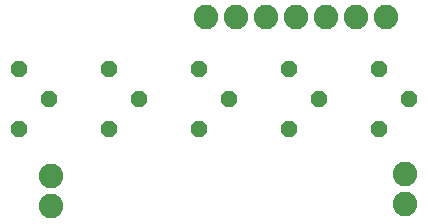
<source format=gbs>
G75*
%MOIN*%
%OFA0B0*%
%FSLAX24Y24*%
%IPPOS*%
%LPD*%
%AMOC8*
5,1,8,0,0,1.08239X$1,22.5*
%
%ADD10C,0.0820*%
%ADD11OC8,0.0540*%
D10*
X002838Y002863D03*
X002838Y003863D03*
X008025Y009175D03*
X009025Y009175D03*
X010025Y009175D03*
X011025Y009175D03*
X012025Y009175D03*
X013025Y009175D03*
X014025Y009175D03*
X014650Y003925D03*
X014650Y002925D03*
D11*
X013775Y005425D03*
X014775Y006425D03*
X013775Y007425D03*
X011775Y006425D03*
X010775Y007425D03*
X008775Y006425D03*
X007775Y007425D03*
X005775Y006425D03*
X004775Y007425D03*
X002775Y006425D03*
X001775Y007425D03*
X001775Y005425D03*
X004775Y005425D03*
X007775Y005425D03*
X010775Y005425D03*
M02*

</source>
